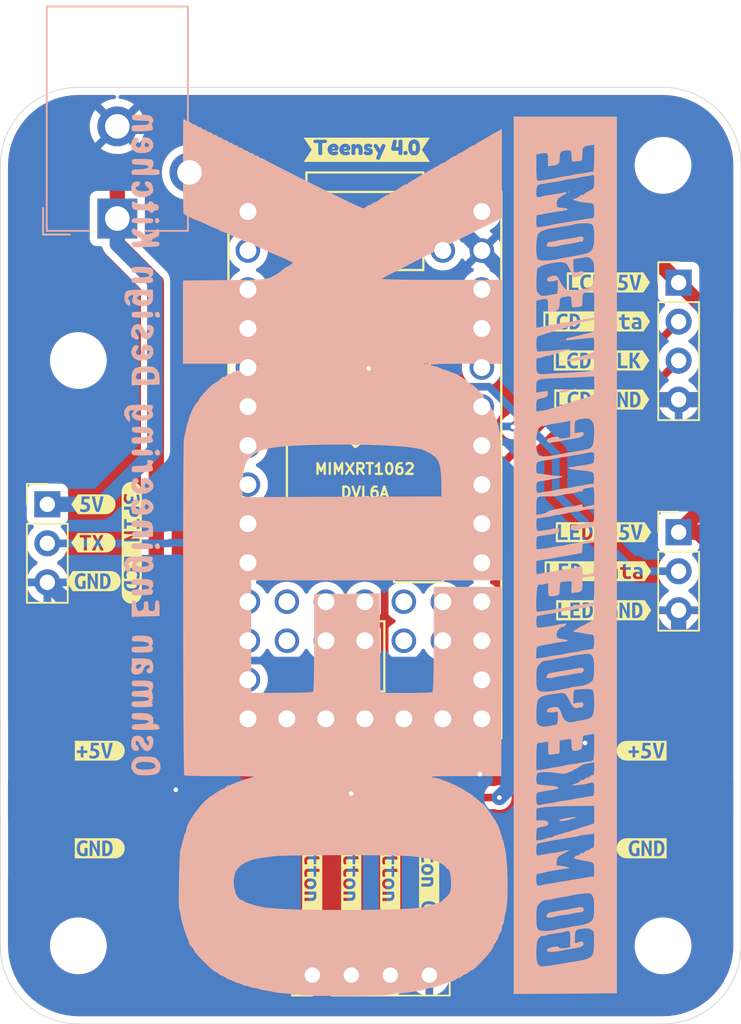
<source format=kicad_pcb>
(kicad_pcb (version 20240108) (generator "pcbnew") (generator_version "8.0")
  (layers (0 "F.Cu" signal) (31 "B.Cu" signal) (34 "B.Paste" user) (35 "F.Paste" user) (36 "B.SilkS" user "B.Silkscreen") (37 "F.SilkS" user "F.Silkscreen") (38 "B.Mask" user) (39 "F.Mask" user) (44 "Edge.Cuts" user))
  (net 0 "")
  (net 1 "Net-(J2-Pin_2)")
  (net 13 "+5V")
  (net 19 "Net-(J3-Pin_3)")
  (net 21 "GND")
  (net 25 "Net-(J2-Pin_3)")
  (net 31 "Net-(J2-Pin_1)")
  (net 40 "Net-(J3-Pin_2)")
  (net 41 "Net-(J6-Pin_2)")
  (net 42 "Net-(J4-Pin_2)")
  (footprint "kibuzzard-68263405" (layer "F.Cu") (at 51.816 26.924)
    (property "Reference" "kibuzzard-68263405" (hide yes))
    (property "Value" "G***" (hide yes))
  )
  (footprint "Connector_PinHeader_2.54mm:PinHeader_1x04_P2.54mm_Vertical" (layer "F.Cu") (at 48.27 80.645 90)
    (property "Reference" "J2" (hide yes))
    (property "Value" "Button Terminal" (hide yes))
    (pad "1" thru_hole rect (at 0 0 90) (size 1.7 1.7) (drill 1) (layers "*.Cu" "*.Mask") (net 31 "Net-(J2-Pin_1)"))
    (pad "2" thru_hole oval (at 0 2.54 90) (size 1.7 1.7) (drill 1) (layers "*.Cu" "*.Mask") (net 1 "Net-(J2-Pin_2)"))
    (pad "3" thru_hole oval (at 0 5.08 90) (size 1.7 1.7) (drill 1) (layers "*.Cu" "*.Mask") (net 25 "Net-(J2-Pin_3)"))
    (pad "4" thru_hole oval (at 0 7.62 90) (size 1.7 1.7) (drill 1) (layers "*.Cu" "*.Mask") (net 21 "GND"))
  )
  (footprint "kibuzzard-68263181" (layer "F.Cu") (at 67.129582 43.18)
    (property "Reference" "kibuzzard-68263181" (hide yes))
    (property "Value" "G***" (hide yes))
  )
  (footprint "MountingHole:MountingHole_3.2mm_M3" (layer "F.Cu") (at 33.02 40.64)
    (property "Reference" "REF**" (hide yes))
    (property "Value" "MountingHole_3.2mm_M3" (hide yes))
    (pad "" np_thru_hole circle (at 0 0) (size 3.2 3.2) (drill 3.2) (layers "*.Cu" "*.Mask"))
  )
  (footprint "kibuzzard-6846F3E4" (layer "F.Cu") (at 36.5 52.5 -90)
    (property "Reference" "kibuzzard-6846F3E4" (hide yes))
    (property "Value" "G***" (hide yes))
  )
  (footprint "Custom Pads:EasySolderPad" (layer "F.Cu") (at 73.66 72.39 90)
    (property "Reference" "REF**" (hide yes))
    (property "Value" "EasySolderPad" (hide yes))
    (pad "1" smd roundrect (at 0 0 90) (size 3 4) (layers "F.Cu" "F.Paste" "F.Mask") (chamfer_ratio 0.2) (chamfer) (net 21 "GND"))
  )
  (footprint "kibuzzard-6826303F" (layer "F.Cu") (at 66.802 38.1)
    (property "Reference" "kibuzzard-6826303F" (hide yes))
    (property "Value" "G***" (hide yes))
  )
  (footprint "Teensy:Teensy" (layer "F.Cu") (at 51.69 47.45 -90)
    (property "Reference" "U1" (hide yes))
    (property "Value" "Teensy4.0" (hide yes))
    (fp_text user "MIMXRT1062" (at 0.254 0 0) (layer "F.SilkS") (effects (font (size 0.7 0.7))))
    (fp_text user "DVL6A" (at 1.778 0 0) (layer "F.SilkS") (effects (font (size 0.7 0.7))))
    (pad "1" thru_hole circle (at -16.51 7.62 270) (size 1.6 1.6) (drill 1.1) (layers "*.Cu" "*.Mask") (net 21 "GND"))
    (pad "2" thru_hole circle (at -13.97 7.62 270) (size 1.6 1.6) (drill 1.1) (layers "*.Cu" "*.Mask"))
    (pad "3" thru_hole circle (at -11.43 7.62 270) (size 1.6 1.6) (drill 1.1) (layers "*.Cu" "*.Mask"))
    (pad "4" thru_hole circle (at -8.89 7.62 270) (size 1.6 1.6) (drill 1.1) (layers "*.Cu" "*.Mask"))
    (pad "5" thru_hole circle (at -6.35 7.62 270) (size 1.6 1.6) (drill 1.1) (layers "*.Cu" "*.Mask") (net 42 "Net-(J4-Pin_2)"))
    (pad "6" thru_hole circle (at -3.81 7.62 270) (size 1.6 1.6) (drill 1.1) (layers "*.Cu" "*.Mask"))
    (pad "7" thru_hole circle (at -1.27 7.62 270) (size 1.6 1.6) (drill 1.1) (layers "*.Cu" "*.Mask"))
    (pad "8" thru_hole circle (at 1.27 7.62 270) (size 1.6 1.6) (drill 1.1) (layers "*.Cu" "*.Mask"))
    (pad "9" thru_hole circle (at 3.81 7.62 270) (size 1.6 1.6) (drill 1.1) (layers "*.Cu" "*.Mask"))
    (pad "10" thru_hole circle (at 6.35 7.62 270) (size 1.6 1.6) (drill 1.1) (layers "*.Cu" "*.Mask") (net 41 "Net-(J6-Pin_2)"))
    (pad "11" thru_hole circle (at 8.89 7.62 270) (size 1.6 1.6) (drill 1.1) (layers "*.Cu" "*.Mask"))
    (pad "12" thru_hole circle (at 11.43 7.62 270) (size 1.6 1.6) (drill 1.1) (layers "*.Cu" "*.Mask"))
    (pad "13" thru_hole circle (at 13.97 7.62 270) (size 1.6 1.6) (drill 1.1) (layers "*.Cu" "*.Mask") (net 31 "Net-(J2-Pin_1)"))
    (pad "14" thru_hole circle (at 16.51 7.62 270) (size 1.6 1.6) (drill 1.1) (layers "*.Cu" "*.Mask") (net 1 "Net-(J2-Pin_2)"))
    (pad "15" thru_hole circle (at 16.51 5.08 270) (size 1.6 1.6) (drill 1.1) (layers "*.Cu" "*.Mask"))
    (pad "16" thru_hole circle (at 16.51 2.54 270) (size 1.6 1.6) (drill 1.1) (layers "*.Cu" "*.Mask"))
    (pad "17" thru_hole circle (at 16.51 0 270) (size 1.6 1.6) (drill 1.1) (layers "*.Cu" "*.Mask") (net 21 "GND"))
    (pad "18" thru_hole circle (at 16.51 -2.54 270) (size 1.6 1.6) (drill 1.1) (layers "*.Cu" "*.Mask"))
    (pad "19" thru_hole circle (at 16.51 -5.08 270) (size 1.6 1.6) (drill 1.1) (layers "*.Cu" "*.Mask"))
    (pad "20" thru_hole circle (at 16.51 -7.62 270) (size 1.6 1.6) (drill 1.1) (layers "*.Cu" "*.Mask"))
    (pad "21" thru_hole circle (at 13.97 -7.62 270) (size 1.6 1.6) (drill 1.1) (layers "*.Cu" "*.Mask"))
    (pad "22" thru_hole circle (at 11.43 -7.62 270) (size 1.6 1.6) (drill 1.1) (layers "*.Cu" "*.Mask"))
    (pad "23" thru_hole circle (at 8.89 -7.62 270) (size 1.6 1.6) (drill 1.1) (layers "*.Cu" "*.Mask"))
    (pad "24" thru_hole circle (at 6.35 -7.62 270) (size 1.6 1.6) (drill 1.1) (layers "*.Cu" "*.Mask"))
    (pad "25" thru_hole circle (at 3.81 -7.62 270) (size 1.6 1.6) (drill 1.1) (layers "*.Cu" "*.Mask") (net 40 "Net-(J3-Pin_2)"))
    (pad "26" thru_hole circle (at 1.27 -7.62 270) (size 1.6 1.6) (drill 1.1) (layers "*.Cu" "*.Mask") (net 19 "Net-(J3-Pin_3)"))
    (pad "27" thru_hole circle (at -1.27 -7.62 270) (size 1.6 1.6) (drill 1.1) (layers "*.Cu" "*.Mask") (net 25 "Net-(J2-Pin_3)"))
    (pad "28" thru_hole circle (at -3.81 -7.62 270) (size 1.6 1.6) (drill 1.1) (layers "*.Cu" "*.Mask"))
    (pad "29" thru_hole circle (at -6.35 -7.62 270) (size 1.6 1.6) (drill 1.1) (layers "*.Cu" "*.Mask"))
    (pad "30" thru_hole circle (at -8.89 -7.62 270) (size 1.6 1.6) (drill 1.1) (layers "*.Cu" "*.Mask"))
    (pad "31" thru_hole circle (at -11.43 -7.62 270) (size 1.6 1.6) (drill 1.1) (layers "*.Cu" "*.Mask"))
    (pad "32" thru_hole circle (at -13.97 -7.62 270) (size 1.6 1.6) (drill 1.1) (layers "*.Cu" "*.Mask") (net 21 "GND"))
    (pad "33" thru_hole circle (at -16.51 -7.62 270) (size 1.6 1.6) (drill 1.1) (layers "*.Cu" "*.Mask") (net 13 "+5V"))
    (pad "34" thru_hole circle (at -13.97 -5.08 270) (size 1.6 1.6) (drill 1.1) (layers "*.Cu" "*.Mask"))
    (pad "35" thru_hole circle (at 11.43 -5.08 270) (size 1.6 1.6) (drill 1.1) (layers "*.Cu" "*.Mask"))
    (pad "36" thru_hole circle (at 8.89 -5.08 270) (size 1.6 1.6) (drill 1.1) (layers "*.Cu" "*.Mask"))
    (pad "37" thru_hole circle (at 11.43 -2.54 270) (size 1.6 1.6) (drill 1.1) (layers "*.Cu" "*.Mask"))
    (pad "38" thru_hole circle (at 8.89 -2.54 270) (size 1.6 1.6) (drill 1.1) (layers "*.Cu" "*.Mask"))
    (pad "39" thru_hole circle (at 11.43 0 270) (size 1.6 1.6) (drill 1.1) (layers "*.Cu" "*.Mask"))
    (pad "40" thru_hole circle (at 8.89 0 270) (size 1.6 1.6) (drill 1.1) (layers "*.Cu" "*.Mask"))
    (pad "41" thru_hole circle (at 11.43 2.54 270) (size 1.6 1.6) (drill 1.1) (layers "*.Cu" "*.Mask"))
    (pad "42" thru_hole circle (at 8.89 2.54 270) (size 1.6 1.6) (drill 1.1) (layers "*.Cu" "*.Mask"))
    (pad "43" thru_hole circle (at 11.43 5.08 270) (size 1.6 1.6) (drill 1.1) (layers "*.Cu" "*.Mask"))
    (pad "44" thru_hole circle (at 8.89 5.08 270) (size 1.6 1.6) (drill 1.1) (layers "*.Cu" "*.Mask"))
  )
  (footprint "MountingHole:MountingHole_3.2mm_M3" (layer "F.Cu") (at 33.02 78.74)
    (property "Reference" "REF**" (hide yes))
    (property "Value" "MountingHole_3.2mm_M3" (hide yes))
    (pad "" np_thru_hole circle (at 0 0) (size 3.2 3.2) (drill 3.2) (layers "*.Cu" "*.Mask"))
  )
  (footprint "Connector_PinHeader_2.54mm:PinHeader_1x03_P2.54mm_Vertical" (layer "F.Cu") (at 31 50)
    (property "Reference" "J6" (hide yes))
    (property "Value" "[OLD] LCD Terminal" (hide yes))
    (pad "1" thru_hole rect (at 0 0) (size 1.7 1.7) (drill 1) (layers "*.Cu" "*.Mask") (net 13 "+5V"))
    (pad "2" thru_hole oval (at 0 2.54) (size 1.7 1.7) (drill 1) (layers "*.Cu" "*.Mask") (net 41 "Net-(J6-Pin_2)"))
    (pad "3" thru_hole oval (at 0 5.08) (size 1.7 1.7) (drill 1) (layers "*.Cu" "*.Mask") (net 21 "GND"))
  )
  (footprint "MountingHole:MountingHole_3.2mm_M3" (layer "F.Cu") (at 71.12 78.74)
    (property "Reference" "REF**" (hide yes))
    (property "Value" "MountingHole_3.2mm_M3" (hide yes))
    (pad "" np_thru_hole circle (at 0 0) (size 3.2 3.2) (drill 3.2) (layers "*.Cu" "*.Mask"))
  )
  (footprint "kibuzzard-68263383" (layer "F.Cu") (at 48.26 74.93 -90)
    (property "Reference" "kibuzzard-68263383" (hide yes))
    (property "Value" "G***" (hide yes))
  )
  (footprint "kibuzzard-6846F3F3" (layer "F.Cu") (at 34 50)
    (property "Reference" "kibuzzard-6846F3F3" (hide yes))
    (property "Value" "G***" (hide yes))
  )
  (footprint "kibuzzard-682631CB" (layer "F.Cu") (at 67.24635 51.816)
    (property "Reference" "kibuzzard-682631CB" (hide yes))
    (property "Value" "G***" (hide yes))
  )
  (footprint "kibuzzard-68389B69" (layer "F.Cu") (at 69.723 66.04)
    (property "Reference" "kibuzzard-68389B69" (hide yes))
    (property "Value" "G***" (hide yes))
  )
  (footprint "kibuzzard-6826302B" (layer "F.Cu") (at 67.564 35.56)
    (property "Reference" "kibuzzard-6826302B" (hide yes))
    (property "Value" "G***" (hide yes))
  )
  (footprint "kibuzzard-6838990E" (layer "F.Cu") (at 67.116658 40.64)
    (property "Reference" "kibuzzard-6838990E" (hide yes))
    (property "Value" "G***" (hide yes))
  )
  (footprint "Connector_PinHeader_2.54mm:PinHeader_1x04_P2.54mm_Vertical" (layer "F.Cu") (at 72.136 35.57)
    (property "Reference" "J3" (hide yes))
    (property "Value" "LCD Terminal" (hide yes))
    (pad "1" thru_hole rect (at 0 0) (size 1.7 1.7) (drill 1) (layers "*.Cu" "*.Mask") (net 13 "+5V"))
    (pad "2" thru_hole oval (at 0 2.54) (size 1.7 1.7) (drill 1) (layers "*.Cu" "*.Mask") (net 40 "Net-(J3-Pin_2)"))
    (pad "3" thru_hole oval (at 0 5.08) (size 1.7 1.7) (drill 1) (layers "*.Cu" "*.Mask") (net 19 "Net-(J3-Pin_3)"))
    (pad "4" thru_hole oval (at 0 7.62) (size 1.7 1.7) (drill 1) (layers "*.Cu" "*.Mask") (net 21 "GND"))
  )
  (footprint "Custom Pads:EasySolderPad" (layer "F.Cu") (at 30.48 66.04 -90)
    (property "Reference" "REF**" (hide yes))
    (property "Value" "+5V" (hide yes))
    (pad "1" smd roundrect (at 0 0 270) (size 3 4) (layers "F.Cu" "F.Paste" "F.Mask") (chamfer_ratio 0.2) (chamfer) (net 13 "+5V"))
  )
  (footprint "kibuzzard-6846F40C" (layer "F.Cu") (at 34 52.5)
    (property "Reference" "kibuzzard-6846F40C" (hide yes))
    (property "Value" "G***" (hide yes))
  )
  (footprint "kibuzzard-68389B78" (layer "F.Cu") (at 69.723 72.39)
    (property "Reference" "kibuzzard-68389B78" (hide yes))
    (property "Value" "G***" (hide yes))
  )
  (footprint "kibuzzard-68389467" (layer "F.Cu") (at 55.88 74.413218 -90)
    (property "Reference" "kibuzzard-68389467" (hide yes))
    (property "Value" "G***" (hide yes))
  )
  (footprint "kibuzzard-682631F2" (layer "F.Cu") (at 67.256582 56.896)
    (property "Reference" "kibuzzard-682631F2" (hide yes))
    (property "Value" "G***" (hide yes))
  )
  (footprint "Connector_PinHeader_2.54mm:PinHeader_1x03_P2.54mm_Vertical" (layer "F.Cu") (at 72.136 51.816)
    (property "Reference" "J4" (hide yes))
    (property "Value" "LED Terminal" (hide yes))
    (pad "1" thru_hole rect (at 0 0) (size 1.7 1.7) (drill 1) (layers "*.Cu" "*.Mask") (net 13 "+5V"))
    (pad "2" thru_hole oval (at 0 2.54) (size 1.7 1.7) (drill 1) (layers "*.Cu" "*.Mask") (net 42 "Net-(J4-Pin_2)"))
    (pad "3" thru_hole oval (at 0 5.08) (size 1.7 1.7) (drill 1) (layers "*.Cu" "*.Mask") (net 21 "GND"))
  )
  (footprint "kibuzzard-68389B91" (layer "F.Cu") (at 34.417 66.04)
    (property "Reference" "kibuzzard-68389B91" (hide yes))
    (property "Value" "G***" (hide yes))
  )
  (footprint "kibuzzard-6846F41F" (layer "F.Cu") (at 34 55)
    (property "Reference" "kibuzzard-6846F41F" (hide yes))
    (property "Value" "G***" (hide yes))
  )
  (footprint "Custom Pads:EasySolderPad" (layer "F.Cu") (at 73.66 66.04 90)
    (property "Reference" "REF**" (hide yes))
    (property "Value" "EasySolderPad" (hide yes))
    (pad "1" smd roundrect (at 0 0 90) (size 3 4) (layers "F.Cu" "F.Paste" "F.Mask") (chamfer_ratio 0.2) (chamfer) (net 13 "+5V"))
  )
  (footprint "Custom Pads:EasySolderPad" (layer "F.Cu") (at 30.48 72.39 -90)
    (property "Reference" "REF**" (hide yes))
    (property "Value" "EasySolderPad" (hide yes))
    (pad "1" smd roundrect (at 0 0 270) (size 3 4) (layers "F.Cu" "F.Paste" "F.Mask") (chamfer_ratio 0.2) (chamfer) (net 21 "GND"))
  )
  (footprint "kibuzzard-68263394" (layer "F.Cu") (at 50.8 74.93 -90)
    (property "Reference" "kibuzzard-68263394" (hide yes))
    (property "Value" "G***" (hide yes))
  )
  (footprint "MountingHole:MountingHole_3.2mm_M3" (layer "F.Cu") (at 71.12 27.94)
    (property "Reference" "REF**" (hide yes))
    (property "Value" "MountingHole_3.2mm_M3" (hide yes))
    (pad "" np_thru_hole circle (at 0 0) (size 3.2 3.2) (drill 3.2) (layers "*.Cu" "*.Mask"))
  )
  (footprint "kibuzzard-682633A0" (layer "F.Cu") (at 53.34 74.93 -90)
    (property "Reference" "kibuzzard-682633A0" (hide yes))
    (property "Value" "G***" (hide yes))
  )
  (footprint "kibuzzard-68389B9F" (layer "F.Cu") (at 34.417 72.39)
    (property "Reference" "kibuzzard-68389B9F" (hide yes))
    (property "Value" "G***" (hide yes))
  )
  (footprint "kibuzzard-682631E3" (layer "F.Cu") (at 66.880976 54.356)
    (property "Reference" "kibuzzard-682631E3" (hide yes))
    (property "Value" "G***" (hide yes))
  )
  (footprint "Connector_BarrelJack:BarrelJack_CUI_PJ-102AH_Horizontal" (layer "B.Cu") (at 35.56 31.4)
    (property "Reference" "J1" (hide yes))
    (property "Value" "Barrel_Jack" (hide yes))
    (pad "1" thru_hole rect (at 0 0) (size 2.6 2.6) (drill 1.6) (layers "*.Cu" "*.Mask") (net 13 "+5V"))
    (pad "2" thru_hole circle (at 0 -6) (size 2.6 2.6) (drill 1.6) (layers "*.Cu" "*.Mask") (net 21 "GND"))
    (pad "3" thru_hole circle (at 4.7 -3) (size 2.6 2.6) (drill 1.6) (layers "*.Cu" "*.Mask"))
  )
  (footprint "graphics:ULACIT2025" (layer "B.Cu") (at 52.07 53.34 90)
    (property "Reference" "G***" (hide yes))
    (property "Value" "LOGO" (hide yes))
  )
  (gr_arc (start 27.94 27.94) (mid 29.427898 24.347898) (end 33.02 22.86) (stroke (width 0.05)) (layer "Edge.Cuts"))
  (gr_line (start 33.02 22.86) (end 71.12 22.86) (stroke (width 0.05)) (layer "Edge.Cuts"))
  (gr_arc (start 33.02 83.82) (mid 29.427898 82.332102) (end 27.94 78.74) (stroke (width 0.05)) (layer "Edge.Cuts"))
  (gr_line (start 27.94 78.74) (end 27.94 27.94) (stroke (width 0.05)) (layer "Edge.Cuts"))
  (gr_arc (start 71.12 22.86) (mid 74.712102 24.347898) (end 76.2 27.94) (stroke (width 0.05)) (layer "Edge.Cuts"))
  (gr_line (start 76.2 27.94) (end 76.2 78.74) (stroke (width 0.05)) (layer "Edge.Cuts"))
  (gr_arc (start 76.2 78.74) (mid 74.712102 82.332102) (end 71.12 83.82) (stroke (width 0.05)) (layer "Edge.Cuts"))
  (gr_line (start 71.12 83.82) (end 33.02 83.82) (stroke (width 0.05)) (layer "Edge.Cuts"))
  (segment (start 44.07 64.898) (end 44.07 63.96) (width 0.5) (layer "B.Cu") (net 1))
  (segment (start 50.81 71.638) (end 44.07 64.898) (width 0.5) (layer "B.Cu") (net 1))
  (segment (start 50.81 80.645) (end 50.81 71.638) (width 0.5) (layer "B.Cu") (net 1))
  (segment (start 72.146 35.57) (end 74.93 38.354) (width 1) (layer "F.Cu") (net 13))
  (segment (start 35.56 29.1) (end 39.16 25.5) (width 1) (layer "F.Cu") (net 13))
  (segment (start 72.136 35.57) (end 72.146 35.57) (width 1) (layer "F.Cu") (net 13))
  (segment (start 35.56 31.4) (end 35.56 33.02) (width 1) (layer "F.Cu") (net 13))
  (segment (start 73.66 62.23) (end 74.93 60.96) (width 1) (layer "F.Cu") (net 13))
  (segment (start 59.31 30.94) (end 59.31 29.59) (width 1) (layer "F.Cu") (net 13))
  (segment (start 63.246 26.67) (end 63.246 26.68) (width 1) (layer "F.Cu") (net 13))
  (segment (start 74.93 60.96) (end 74.93 53.34) (width 1) (layer "F.Cu") (net 13))
  (segment (start 74.93 38.354) (end 74.93 49.022) (width 1) (layer "F.Cu") (net 13))
  (segment (start 38.1 35.56) (end 38.1 58.42) (width 1) (layer "F.Cu") (net 13))
  (segment (start 62.076 25.5) (end 62.738 26.162) (width 1) (layer "F.Cu") (net 13))
  (segment (start 74.93 49.022) (end 72.009 51.943) (width 1) (layer "F.Cu") (net 13))
  (segment (start 74.93 53.34) (end 73.406 51.816) (width 1) (layer "F.Cu") (net 13))
  (segment (start 59.31 29.59) (end 62.738 26.162) (width 1) (layer "F.Cu") (net 13))
  (segment (start 35.56 33.02) (end 38.1 35.56) (width 1) (layer "F.Cu") (net 13))
  (segment (start 39.16 25.5) (end 62.076 25.5) (width 1) (layer "F.Cu") (net 13))
  (segment (start 63.246 26.68) (end 72.136 35.57) (width 1) (layer "F.Cu") (net 13))
  (segment (start 38.1 58.42) (end 30.48 66.04) (width 1) (layer "F.Cu") (net 13))
  (segment (start 73.406 51.816) (end 72.136 51.816) (width 1) (layer "F.Cu") (net 13))
  (segment (start 73.66 66.04) (end 73.66 62.23) (width 1) (layer "F.Cu") (net 13))
  (segment (start 62.738 26.162) (end 63.246 26.67) (width 1) (layer "F.Cu") (net 13))
  (segment (start 35.56 31.4) (end 35.56 29.1) (width 1) (layer "F.Cu") (net 13))
  (segment (start 35.56 33.06) (end 35.56 31.4) (width 1) (layer "B.Cu") (net 13))
  (segment (start 34.5 50) (end 38 46.5) (width 1) (layer "B.Cu") (net 13))
  (segment (start 31 50) (end 34.5 50) (width 1) (layer "B.Cu") (net 13))
  (segment (start 38 35.5) (end 35.56 33.06) (width 1) (layer "B.Cu") (net 13))
  (segment (start 38 46.5) (end 38 35.5) (width 1) (layer "B.Cu") (net 13))
  (segment (start 63.5 42.418) (end 63.5 44.53) (width 0.5) (layer "F.Cu") (net 19))
  (segment (start 72.136 40.65) (end 70.749 42.037) (width 0.5) (layer "F.Cu") (net 19))
  (segment (start 63.881 42.037) (end 63.5 42.418) (width 0.5) (layer "F.Cu") (net 19))
  (segment (start 70.749 42.037) (end 63.881 42.037) (width 0.5) (layer "F.Cu") (net 19))
  (segment (start 63.5 44.53) (end 59.31 48.72) (width 0.5) (layer "F.Cu") (net 19))
  (segment (start 37.973 69.977) (end 39.37 68.58) (width 1) (layer "F.Cu") (net 21))
  (segment (start 30.48 72.39) (end 32.893 69.977) (width 1) (layer "F.Cu") (net 21))
  (segment (start 59.31 33.48) (end 52.98 39.81) (width 0.5) (layer "F.Cu") (net 21))
  (segment (start 64.008 67.564) (end 66.04 65.532) (width 0.5) (layer "F.Cu") (net 21))
  (segment (start 52.98 39.81) (end 52.98 62.67) (width 0.5) (layer "F.Cu") (net 21))
  (segment (start 52.94 39.81) (end 52.98 39.81) (width 0.5) (layer "F.Cu") (net 21))
  (segment (start 32.893 69.977) (end 37.973 69.977) (width 1) (layer "F.Cu") (net 21))
  (segment (start 44.07 30.94) (end 52.94 39.81) (width 0.5) (layer "F.Cu") (net 21))
  (segment (start 52.98 62.67) (end 51.69 63.96) (width 0.5) (layer "F.Cu") (net 21))
  (segment (start 59.182 67.564) (end 64.008 67.564) (width 0.5) (layer "F.Cu") (net 21))
  (segment (start 73.66 72.39) (end 72.898 72.39) (width 1) (layer "F.Cu") (net 21))
  (segment (start 72.898 72.39) (end 66.04 65.532) (width 1) (layer "F.Cu") (net 21))
  (via (at 39.37 68.58) (size 0.6) (drill 0.3) (layers "F.Cu" "B.Cu") (net 21))
  (via (at 66.04 65.532) (size 0.6) (drill 0.3) (layers "F.Cu" "B.Cu") (net 21))
  (via (at 59.182 67.564) (size 0.6) (drill 0.3) (layers "F.Cu" "B.Cu") (net 21))
  (segment (start 51.69 67.184) (end 55.89 71.384) (width 0.5) (layer "B.Cu") (net 21))
  (segment (start 44.07 30.94) (end 56.77 30.94) (width 1) (layer "B.Cu") (net 21))
  (segment (start 58.06 63.14) (end 58.06 66.442) (width 0.5) (layer "B.Cu") (net 21))
  (segment (start 74.93 43.18) (end 74.92 43.19) (width 1) (layer "B.Cu") (net 21))
  (segment (start 41.9 25.4) (end 44.07 27.57) (width 1) (layer "B.Cu") (net 21))
  (segment (start 72.136 59.436) (end 72.136 56.896) (width 1) (layer "B.Cu") (net 21))
  (segment (start 35.56 25.4) (end 41.9 25.4) (width 1) (layer "B.Cu") (net 21))
  (segment (start 39.37 68.58) (end 39.37 64.352233) (width 0.5) (layer "B.Cu") (net 21))
  (segment (start 31 55.08) (end 39.37 63.45) (width 1) (layer "B.Cu") (net 21))
  (segment (start 43.552233 60.17) (end 55.09 60.17) (width 0.5) (layer "B.Cu") (net 21))
  (segment (start 51.69 63.96) (end 51.69 67.184) (width 0.5) (layer "B.Cu") (net 21))
  (segment (start 55.09 60.17) (end 58.06 63.14) (width 0.5) (layer "B.Cu") (net 21))
  (segment (start 74.92 43.19) (end 72.136 43.19) (width 1) (layer "B.Cu") (net 21))
  (segment (start 72.009 59.563) (end 66.04 65.532) (width 1) (layer "B.Cu") (net 21))
  (segment (start 39.37 64.352233) (end 43.552233 60.17) (width 0.5) (layer "B.Cu") (net 21))
  (segment (start 55.89 71.384) (end 55.89 80.645) (width 0.5) (layer "B.Cu") (net 21))
  (segment (start 44.07 27.57) (end 44.07 30.94) (width 1) (layer "B.Cu") (net 21))
  (segment (start 69.02 43.19) (end 72.136 43.19) (width 1) (layer "B.Cu") (net 21))
  (segment (start 74.93 43.18) (end 74.93 56.642) (width 1) (layer "B.Cu") (net 21))
  (segment (start 58.06 66.442) (end 59.182 67.564) (width 0.5) (layer "B.Cu") (net 21))
  (segment (start 39.37 63.45) (end 39.37 68.58) (width 1) (layer "B.Cu") (net 21))
  (segment (start 72.009 59.563) (end 72.136 59.436) (width 1) (layer "B.Cu") (net 21))
  (segment (start 59.31 33.48) (end 69.02 43.19) (width 1) (layer "B.Cu") (net 21))
  (segment (start 74.93 56.642) (end 72.009 59.563) (width 1) (layer "B.Cu") (net 21))
  (segment (start 56.77 30.94) (end 59.31 33.48) (width 1) (layer "B.Cu") (net 21))
  (segment (start 51.054 69.088) (end 60.452 69.088) (width 0.5) (layer "F.Cu") (net 25))
  (segment (start 50.8 68.834) (end 51.054 69.088) (width 0.5) (layer "F.Cu") (net 25))
  (via (at 50.8 68.834) (size 0.6) (drill 0.3) (layers "F.Cu" "B.Cu") (net 25))
  (via (at 60.452 69.088) (size 0.6) (drill 0.3) (layers "F.Cu" "B.Cu") (net 25))
  (segment (start 53.35 71.384) (end 50.8 68.834) (width 0.5) (layer "B.Cu") (net 25))
  (segment (start 53.35 80.645) (end 53.35 71.384) (width 0.5) (layer "B.Cu") (net 25))
  (segment (start 61.03 68.51) (end 61.03 47.9) (width 1) (layer "B.Cu") (net 25))
  (segment (start 61.03 47.9) (end 59.31 46.18) (width 1) (layer "B.Cu") (net 25))
  (segment (start 61.03 68.51) (end 60.452 69.088) (width 1) (layer "B.Cu") (net 25))
  (segment (start 48.26 71.882) (end 48.27 71.892) (width 0.5) (layer "B.Cu") (net 31))
  (segment (start 48.26 71.374) (end 48.26 71.882) (width 0.5) (layer "B.Cu") (net 31))
  (segment (start 42.74 62.67) (end 42.164 63.246) (width 0.5) (layer "B.Cu") (net 31))
  (segment (start 44.07 61.42) (end 42.82 62.67) (width 0.5) (layer "B.Cu") (net 31))
  (segment (start 48.27 71.892) (end 48.27 80.645) (width 0.5) (layer "B.Cu") (net 31))
  (segment (start 42.164 65.278) (end 48.26 71.374) (width 0.5) (layer "B.Cu") (net 31))
  (segment (start 42.164 63.246) (end 42.164 65.278) (width 0.5) (layer "B.Cu") (net 31))
  (segment (start 42.82 62.67) (end 42.74 62.67) (width 0.5) (layer "B.Cu") (net 31))
  (segment (start 63.881 39.37) (end 62.738 40.513) (width 0.5) (layer "F.Cu") (net 40))
  (segment (start 70.876 39.37) (end 63.881 39.37) (width 0.5) (layer "F.Cu") (net 40))
  (segment (start 62.738 43.561) (end 61.338053 44.960947) (width 0.5) (layer "F.Cu") (net 40))
  (segment (start 72.136 38.11) (end 70.876 39.37) (width 0.5) (layer "F.Cu") (net 40))
  (segment (start 62.738 40.513) (end 62.738 43.561) (width 0.5) (layer "F.Cu") (net 40))
  (via (at 61.338053 44.960947) (size 0.6) (drill 0.3) (layers "F.Cu" "B.Cu") (net 40))
  (segment (start 61.338053 44.960947) (end 61.307106 44.93) (width 0.5) (layer "B.Cu") (net 40))
  (segment (start 57.658 49.608) (end 59.31 51.26) (width 0.5) (layer "B.Cu") (net 40))
  (segment (start 61.307106 44.93) (end 58.792233 44.93) (width 0.5) (layer "B.Cu") (net 40))
  (segment (start 58.792233 44.93) (end 57.658 46.064233) (width 0.5) (layer "B.Cu") (net 40))
  (segment (start 57.658 46.064233) (end 57.658 49.608) (width 0.5) (layer "B.Cu") (net 40))
  (segment (start 44.07 53.8) (end 41.3 53.8) (width 0.5) (layer "B.Cu") (net 41))
  (segment (start 40 52.5) (end 39 52.5) (width 0.5) (layer "B.Cu") (net 41))
  (segment (start 41.3 53.8) (end 40 52.5) (width 0.5) (layer "B.Cu") (net 41))
  (segment (start 38.96 52.54) (end 31 52.54) (width 0.5) (layer "B.Cu") (net 41))
  (segment (start 39 52.5) (end 38.96 52.54) (width 0.5) (layer "B.Cu") (net 41))
  (segment (start 51.895 41.1) (end 51.943 41.148) (width 0.5) (layer "F.Cu") (net 42))
  (segment (start 44.07 41.1) (end 51.895 41.1) (width 0.5) (layer "F.Cu") (net 42))
  (via (at 51.943 41.148) (size 0.6) (drill 0.3) (layers "F.Cu" "B.Cu") (net 42))
  (segment (start 64.135 46.697233) (end 64.135 49.276) (width 0.5) (layer "B.Cu") (net 42))
  (segment (start 68.961 54.102) (end 69.342 54.102) (width 0.5) (layer "B.Cu") (net 42))
  (segment (start 51.943 41.148) (end 53.145 42.35) (width 0.5) (layer "B.Cu") (net 42))
  (segment (start 64.135 49.276) (end 68.961 54.102) (width 0.5) (layer "B.Cu") (net 42))
  (segment (start 69.596 54.356) (end 72.136 54.356) (width 0.5) (layer "B.Cu") (net 42))
  (segment (start 69.342 54.102) (end 69.596 54.356) (width 0.5) (layer "B.Cu") (net 42))
  (segment (start 53.145 42.35) (end 59.787767 42.35) (width 0.5) (layer "B.Cu") (net 42))
  (segment (start 59.787767 42.35) (end 64.135 46.697233) (width 0.5) (layer "B.Cu") (net 42))
  (zone (net 21) (net_name "GND") (layer "F.Cu") (priority 1) (connect_pads (clearance 0.5)) (min_thickness 0.25) (fill yes (thermal_gap 0.5) (thermal_bridge_width 0.5))
    (polygon (pts (xy 76.2 22.86) (xy 27.94 22.86) (xy 27.94 83.82) (xy 76.2 83.82)))
  )
  (zone (net 21) (net_name "GND") (layer "B.Cu") (connect_pads (clearance 0.5)) (min_thickness 0.25) (fill yes (thermal_gap 0.5) (thermal_bridge_width 0.5))
    (polygon (pts (xy 27.94 22.86) (xy 76.2 22.86) (xy 76.2 83.82) (xy 27.94 83.82)))
  )
)
</source>
